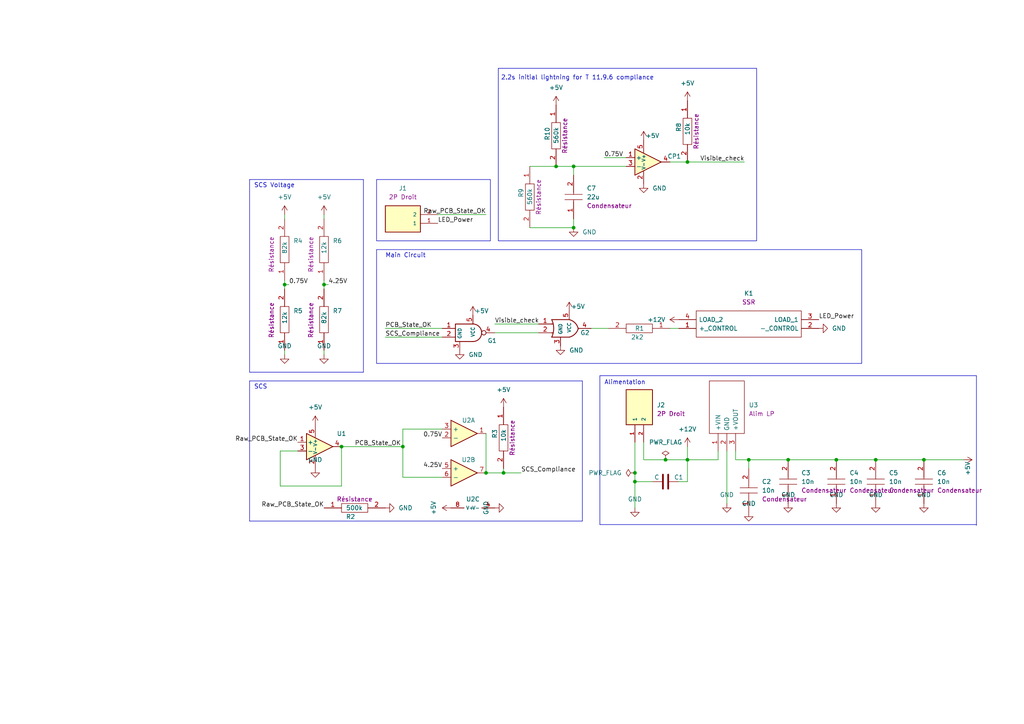
<source format=kicad_sch>
(kicad_sch (version 20231120) (generator "eeschema") (generator_version "8.0")
  (paper "A4")
  (lib_symbols
    (symbol "Device:C" (pin_numbers hide) (pin_names (offset 0.254))
      (property "Reference" "C" (at 0.635 2.54 0))
      (property "Value" "C" (at 0.635 -2.54 0))
      (symbol "C_0_1"
        (polyline (pts (xy -2.032 -0.762) (xy 2.032 -0.762)) (stroke (width 0.508)))
        (polyline (pts (xy -2.032 0.762) (xy 2.032 0.762)) (stroke (width 0.508)))
      )
      (symbol "C_1_1"
        (pin passive line (at 0 3.81 270) (length 2.794) (name "~") (number "1"))
        (pin passive line (at 0 -3.81 90) (length 2.794) (name "~") (number "2"))
      )
    )
    (symbol "EPSA_Lib:Opamp" (pin_names (offset 0.254))
      (property "Reference" "U" (at 2.54 2.54 0))
      (symbol "Opamp_0_1"
        (polyline (pts (xy 5.08 0) (xy -2.54 3.81) (xy -2.54 -3.81) (xy 5.08 0)) (stroke (width 0.254)) (fill (type background)))
      )
      (symbol "Opamp_1_1"
        (pin input line (at -5.08 1.27 0) (length 2.54) (name "+") (number "1"))
        (pin power_in line (at 0 -6.35 90) (length 3.81) (name "V-") (number "2"))
        (pin input line (at -5.08 -1.27 0) (length 2.54) (name "-") (number "3"))
        (pin output line (at 7.62 0 180) (length 2.54) (name "~") (number "4"))
        (pin power_in line (at 0 6.35 270) (length 3.81) (name "V+") (number "5"))
      )
    )
    (symbol "EPSA_lib:2P Droit 2-11-2022" (pin_names (offset 1.016))
      (property "Reference" "J" (at 6.35 5.08 0))
      (property "Render Name" "2P Droit" (at 0 3.81 0))
      (symbol "2P Droit 2-11-2022_0_0"
        (rectangle (start -5.08 -5.08) (end 5.08 2.54) (stroke (width 0.254)) (fill (type background)))
        (pin passive line (at -10.16 0 0) (length 5.08) (name "1") (number "1"))
        (pin passive line (at -10.16 -2.54 0) (length 5.08) (name "2") (number "2"))
      )
    )
    (symbol "EPSA_lib:Alim LP TSR_0.5-2450" (pin_names (offset 0.762))
      (property "Reference" "U" (at 20.32 11.43 0))
      (property "Render Name" "Alim LP" (at 11.43 8.89 0))
      (symbol "Alim LP TSR_0.5-2450_0_0"
        (pin passive line (at -1.27 5.08 0) (length 5.08) (name "+VIN") (number "1"))
        (pin passive line (at -1.27 2.54 0) (length 5.08) (name "GND") (number "2"))
        (pin passive line (at -1.27 0 0) (length 5.08) (name "+VOUT") (number "3"))
      )
      (symbol "Alim LP TSR_0.5-2450_0_1"
        (polyline (pts (xy 3.81 7.62) (xy 19.05 7.62) (xy 19.05 -2.54) (xy 3.81 -2.54) (xy 3.81 7.62)) (stroke (width 0.1524)))
      )
    )
    (symbol "EPSA_lib:Comparator" (pin_names (offset 0.254))
      (property "Reference" "CP" (at 2.54 2.54 0))
      (symbol "Comparator_0_1"
        (polyline (pts (xy 5.08 0) (xy -2.54 3.81) (xy -2.54 -3.81) (xy 5.08 0)) (stroke (width 0.254)) (fill (type background)))
      )
      (symbol "Comparator_1_1"
        (pin input line (at -5.08 1.27 0) (length 2.54) (name "+") (number "1"))
        (pin power_in line (at 0 -6.35 90) (length 3.81) (name "V-") (number "2"))
        (pin input line (at -5.08 -1.27 0) (length 2.54) (name "-") (number "3"))
        (pin open_collector line (at 7.62 0 180) (length 2.54) (name "~") (number "4"))
        (pin power_in line (at 0 6.35 270) (length 3.81) (name "V+") (number "5"))
      )
    )
    (symbol "EPSA_lib:Comparator_Dual"
      (property "Reference" "CP" (at 7.62 -2.54 0))
      (symbol "Comparator_Dual_1_1"
        (polyline (pts (xy 0 3.81) (xy 0 -3.81) (xy 7.62 0) (xy 0 3.81)) (stroke (width 0.254)) (fill (type background)))
        (pin open_collector line (at 10.16 0 180) (length 2.54) (name "~") (number "1"))
        (pin input line (at -2.54 -1.27 0) (length 2.54) (name "-") (number "2"))
        (pin input line (at -2.54 1.27 0) (length 2.54) (name "+") (number "3"))
      )
      (symbol "Comparator_Dual_2_1"
        (polyline (pts (xy 0 3.81) (xy 7.62 0) (xy 0 -3.81) (xy 0 3.81)) (stroke (width 0.254)) (fill (type background)))
        (pin input line (at -2.54 1.27 0) (length 2.54) (name "+") (number "5"))
        (pin input line (at -2.54 -1.27 0) (length 2.54) (name "-") (number "6"))
        (pin open_collector line (at 10.16 0 180) (length 2.54) (name "~") (number "7"))
      )
      (symbol "Comparator_Dual_3_1"
        (pin power_in line (at 0 -6.35 90) (length 3.81) (name "V-") (number "4"))
        (pin power_in line (at 0 6.35 270) (length 3.81) (name "V+") (number "8"))
      )
    )
    (symbol "EPSA_lib:Condensateur 0805Y1000104JXT" (pin_names (offset 0.762))
      (property "Reference" "C" (at 1.5 -1.8 0))
      (property "Value" "10u" (at 11.43 -2.54 0))
      (property "Render Name" "Condensateur" (at 6.35 3.81 0))
      (symbol "Condensateur 0805Y1000104JXT_0_0"
        (pin passive line (at 0 0 0) (length 5.08) (name "~") (number "1"))
        (pin passive line (at 12.7 0 180) (length 5.08) (name "~") (number "2"))
      )
      (symbol "Condensateur 0805Y1000104JXT_0_1"
        (polyline (pts (xy 5.08 0) (xy 5.588 0)) (stroke (width 0.1524)))
        (polyline (pts (xy 5.588 2.54) (xy 5.588 -2.54)) (stroke (width 0.1524)))
        (polyline (pts (xy 7.112 0) (xy 7.62 0)) (stroke (width 0.1524)))
        (polyline (pts (xy 7.112 2.54) (xy 7.112 -2.54)) (stroke (width 0.1524)))
      )
    )
    (symbol "EPSA_lib:Gate NAND SN74AHCT1G00DBVR" (pin_names (offset 0.762))
      (property "Reference" "G" (at 2.54 -3.81 0))
      (symbol "Gate NAND SN74AHCT1G00DBVR_1_1"
        (polyline (pts (xy 5.08 -2.54) (xy 0 -2.54) (xy 0 2.54) (xy 5.08 2.54)) (stroke (width 0.254)))
        (arc (start 5.1025 -2.54) (mid 7.6201 0) (end 5.1025 2.54) (stroke (width 0.254)))
        (pin input line (at -3.81 1.27 0) (length 3.81) (name "~") (number "1"))
        (pin input line (at -3.81 -1.27 0) (length 3.81) (name "~") (number "2"))
        (pin power_in line (at 1.27 -5.08 90) (length 2.54) (name "GND") (number "3"))
        (pin output inverted (at 11.43 0 180) (length 3.81) (name "~") (number "4"))
        (pin power_in line (at 5.08 5.08 270) (length 2.54) (name "VCC") (number "5"))
      )
    )
    (symbol "EPSA_lib:Gate OR SN74AHCT1G32DBVR" (pin_names (offset 0.762))
      (property "Reference" "G" (at 3.81 -3.81 0))
      (symbol "Gate OR SN74AHCT1G32DBVR_0_1"
        (arc (start 0 -2.54) (mid 0.5766 0) (end -0.0001 2.54) (stroke (width 0.254)))
        (polyline (pts (xy 0 -1.27) (xy 0.423 -1.2701)) (stroke (width 0.254)) (fill (type background)))
        (polyline (pts (xy 0 1.27) (xy 0.423 1.2699)) (stroke (width 0.254)) (fill (type background)))
        (polyline (pts (xy 5.08 -2.54) (xy 0 -2.54)) (stroke (width 0.254)) (fill (type background)))
        (polyline (pts (xy 5.08 2.54) (xy 0 2.54)) (stroke (width 0.254)) (fill (type background)))
        (arc (start 5.1236 -2.5337) (mid 6.7182 -1.6531) (end 7.6819 -0.1073) (stroke (width 0.254)))
        (arc (start 7.6747 -0.0069) (mid 6.748 1.6064) (end 5.1347 2.5331) (stroke (width 0.254)))
      )
      (symbol "Gate OR SN74AHCT1G32DBVR_1_1"
        (pin input line (at -3.81 1.27 0) (length 3.81) (name "~") (number "1"))
        (pin input line (at -3.81 -1.27 0) (length 3.81) (name "~") (number "2"))
        (pin power_in line (at 2.54 -5.08 90) (length 2.54) (name "GND") (number "3"))
        (pin output line (at 11.43 0 180) (length 3.81) (name "~") (number "4"))
        (pin power_in line (at 5.08 5.08 270) (length 2.54) (name "VCC") (number "5"))
      )
    )
    (symbol "EPSA_lib:Résistance RK73H2BLTDD2152F" (pin_names (offset 0.762))
      (property "Reference" "R" (at 25.4 5.08 0))
      (property "Value" "10" (at 7.62 0 0))
      (property "Render Name" "Résistance" (at 8.89 2.54 0))
      (symbol "Résistance RK73H2BLTDD2152F_0_0"
        (pin passive line (at 0 0 0) (length 5.08) (name "~") (number "1"))
        (pin passive line (at 17.78 0 180) (length 5.08) (name "~") (number "2"))
      )
      (symbol "Résistance RK73H2BLTDD2152F_0_1"
        (polyline (pts (xy 5.08 1.27) (xy 12.7 1.27) (xy 12.7 -1.27) (xy 5.08 -1.27) (xy 5.08 1.27)) (stroke (width 0.1524)))
      )
    )
    (symbol "EPSA_lib:SSR CPC1394GR" (pin_names (offset 0.762))
      (property "Reference" "K" (at 19.05 -1.27 0))
      (property "Render Name" "SSR" (at 19.05 3.81 0))
      (symbol "SSR CPC1394GR_0_0"
        (pin passive line (at 0 -2.54 0) (length 5.08) (name "+_CONTROL") (number "1"))
        (pin passive line (at 40.64 -2.54 180) (length 5.08) (name "-_CONTROL") (number "2"))
        (pin passive line (at 40.64 0 180) (length 5.08) (name "LOAD_1") (number "3"))
        (pin passive line (at 0 0 0) (length 5.08) (name "LOAD_2") (number "4"))
      )
      (symbol "SSR CPC1394GR_0_1"
        (polyline (pts (xy 5.08 2.54) (xy 35.56 2.54) (xy 35.56 -5.08) (xy 5.08 -5.08) (xy 5.08 2.54)) (stroke (width 0.1524)))
      )
    )
    (symbol "Résistance RK73H2BLTDD2152F_1" (pin_names (offset 0.762))
      (property "Reference" "R" (at 25.4 5.08 0))
      (property "Value" "10" (at 7.62 0 0))
      (property "Render Name" "Résistance" (at 8.89 2.54 0))
      (symbol "Résistance RK73H2BLTDD2152F_1_0_0"
        (pin passive line (at 0 0 0) (length 5.08) (name "~") (number "1"))
        (pin passive line (at 17.78 0 180) (length 5.08) (name "~") (number "2"))
      )
      (symbol "Résistance RK73H2BLTDD2152F_1_0_1"
        (polyline (pts (xy 5.08 1.27) (xy 12.7 1.27) (xy 12.7 -1.27) (xy 5.08 -1.27) (xy 5.08 1.27)) (stroke (width 0.1524)))
      )
    )
    (symbol "Résistance RK73H2BLTDD2152F_3" (pin_names (offset 0.762))
      (property "Reference" "R" (at 25.4 5.08 0))
      (property "Value" "10" (at 7.62 0 0))
      (property "Render Name" "Résistance" (at 8.89 2.54 0))
      (symbol "Résistance RK73H2BLTDD2152F_3_0_0"
        (pin passive line (at 0 0 0) (length 5.08) (name "~") (number "1"))
        (pin passive line (at 17.78 0 180) (length 5.08) (name "~") (number "2"))
      )
      (symbol "Résistance RK73H2BLTDD2152F_3_0_1"
        (polyline (pts (xy 5.08 1.27) (xy 12.7 1.27) (xy 12.7 -1.27) (xy 5.08 -1.27) (xy 5.08 1.27)) (stroke (width 0.1524)))
      )
    )
    (symbol "Résistance RK73H2BLTDD2152F_4" (pin_names (offset 0.762))
      (property "Reference" "R" (at 25.4 5.08 0))
      (property "Value" "10" (at 7.62 0 0))
      (property "Render Name" "Résistance" (at 8.89 2.54 0))
      (symbol "Résistance RK73H2BLTDD2152F_4_0_0"
        (pin passive line (at 0 0 0) (length 5.08) (name "~") (number "1"))
        (pin passive line (at 17.78 0 180) (length 5.08) (name "~") (number "2"))
      )
      (symbol "Résistance RK73H2BLTDD2152F_4_0_1"
        (polyline (pts (xy 5.08 1.27) (xy 12.7 1.27) (xy 12.7 -1.27) (xy 5.08 -1.27) (xy 5.08 1.27)) (stroke (width 0.1524)))
      )
    )
    (symbol "Résistance RK73H2BLTDD2152F_5" (pin_names (offset 0.762))
      (property "Reference" "R" (at 25.4 5.08 0))
      (property "Value" "10" (at 7.62 0 0))
      (property "Render Name" "Résistance" (at 8.89 2.54 0))
      (symbol "Résistance RK73H2BLTDD2152F_5_0_0"
        (pin passive line (at 0 0 0) (length 5.08) (name "~") (number "1"))
        (pin passive line (at 17.78 0 180) (length 5.08) (name "~") (number "2"))
      )
      (symbol "Résistance RK73H2BLTDD2152F_5_0_1"
        (polyline (pts (xy 5.08 1.27) (xy 12.7 1.27) (xy 12.7 -1.27) (xy 5.08 -1.27) (xy 5.08 1.27)) (stroke (width 0.1524)))
      )
    )
    (symbol "power:+12V" (power) (pin_names (offset 0))
      (property "Value" "+12V" (at 0 3.556 0))
      (symbol "+12V_0_1"
        (polyline (pts (xy -0.762 1.27) (xy 0 2.54)))
        (polyline (pts (xy 0 0) (xy 0 2.54)))
        (polyline (pts (xy 0 2.54) (xy 0.762 1.27)))
      )
      (symbol "+12V_1_1"
        (pin power_in line (at 0 0 90) (length 0) hide (name "+12V") (number "1"))
      )
    )
    (symbol "power:+5V" (power) (pin_names (offset 0))
      (property "Value" "+5V" (at 0 3.556 0))
      (symbol "+5V_0_1"
        (polyline (pts (xy -0.762 1.27) (xy 0 2.54)))
        (polyline (pts (xy 0 0) (xy 0 2.54)))
        (polyline (pts (xy 0 2.54) (xy 0.762 1.27)))
      )
      (symbol "+5V_1_1"
        (pin power_in line (at 0 0 90) (length 0) hide (name "+5V") (number "1"))
      )
    )
    (symbol "power:GND" (power) (pin_names (offset 0))
      (property "Value" "GND" (at 0 -3.81 0))
      (symbol "GND_0_1"
        (polyline (pts (xy 0 0) (xy 0 -1.27) (xy 1.27 -1.27) (xy 0 -2.54) (xy -1.27 -1.27) (xy 0 -1.27)))
      )
      (symbol "GND_1_1"
        (pin power_in line (at 0 0 270) (length 0) hide (name "GND") (number "1"))
      )
    )
    (symbol "power:PWR_FLAG" (power) (pin_numbers hide) (pin_names (offset 0) hide)
      (property "Value" "PWR_FLAG" (at 0 3.81 0))
      (symbol "PWR_FLAG_0_0"
        (pin power_out line (at 0 0 90) (length 0) (name "pwr") (number "1"))
      )
      (symbol "PWR_FLAG_0_1"
        (polyline (pts (xy 0 0) (xy 0 1.27) (xy -1.016 1.905) (xy 0 2.54) (xy 1.016 1.905) (xy 0 1.27)))
      )
    )
  )
  (junction (at 242.57 133.35))
  (junction (at 193.04 133.35))
  (junction (at 99.06 129.54))
  (junction (at 166.37 48.26))
  (junction (at 146.05 137.16))
  (junction (at 254 133.35))
  (junction (at 93.98 82.55))
  (junction (at 166.37 66.04))
  (junction (at 199.39 46.99))
  (junction (at 184.15 139.7))
  (junction (at 199.39 133.35))
  (junction (at 228.6 133.35))
  (junction (at 217.17 133.35))
  (junction (at 267.97 133.35))
  (junction (at 116.84 129.54))
  (junction (at 140.97 137.16))
  (junction (at 184.15 137.16))
  (junction (at 82.55 82.55))
  (junction (at 161.29 48.26))
  (wire (pts (xy 111.76 97.79) (xy 128.27 97.79)))
  (polyline (pts (xy 168.91 110.49) (xy 72.39 110.49)))
  (polyline (pts (xy 72.39 110.49) (xy 72.39 151.13)))
  (wire (pts (xy 153.67 66.04) (xy 166.37 66.04)))
  (wire (pts (xy 99.06 129.54) (xy 99.06 140.97)))
  (wire (pts (xy 166.37 50.8) (xy 166.37 48.26)))
  (wire (pts (xy 175.26 45.72) (xy 181.61 45.72)))
  (wire (pts (xy 146.05 137.16) (xy 151.13 137.16)))
  (wire (pts (xy 93.98 82.55) (xy 93.98 83.82)))
  (polyline (pts (xy 105.41 107.95) (xy 72.39 107.95)))
  (wire (pts (xy 217.17 135.89) (xy 217.17 133.35)))
  (wire (pts (xy 184.15 137.16) (xy 184.15 139.7)))
  (polyline (pts (xy 173.99 152.146) (xy 283.21 152.146)))
  (wire (pts (xy 193.04 133.35) (xy 199.39 133.35)))
  (wire (pts (xy 146.05 137.16) (xy 146.05 135.89)))
  (wire (pts (xy 82.55 81.28) (xy 82.55 82.55)))
  (wire (pts (xy 82.55 62.23) (xy 82.55 63.5)))
  (wire (pts (xy 166.37 48.26) (xy 161.29 48.26)))
  (wire (pts (xy 140.97 125.73) (xy 140.97 137.16)))
  (wire (pts (xy 267.97 133.35) (xy 279.4 133.35)))
  (wire (pts (xy 93.98 62.23) (xy 93.98 63.5)))
  (wire (pts (xy 143.51 93.98) (xy 156.21 93.98)))
  (wire (pts (xy 254 133.35) (xy 267.97 133.35)))
  (wire (pts (xy 186.69 128.27) (xy 186.69 133.35)))
  (wire (pts (xy 86.36 130.81) (xy 81.28 130.81)))
  (wire (pts (xy 166.37 66.04) (xy 166.37 63.5)))
  (wire (pts (xy 127 62.23) (xy 140.97 62.23)))
  (wire (pts (xy 194.31 95.25) (xy 196.85 95.25)))
  (polyline (pts (xy 72.39 52.07) (xy 105.41 52.07)))
  (polyline (pts (xy 173.99 108.966) (xy 173.99 152.146)))
  (wire (pts (xy 199.39 46.99) (xy 215.9 46.99)))
  (wire (pts (xy 186.69 133.35) (xy 193.04 133.35)))
  (wire (pts (xy 99.06 129.54) (xy 116.84 129.54)))
  (wire (pts (xy 128.27 124.46) (xy 116.84 124.46)))
  (wire (pts (xy 140.97 137.16) (xy 146.05 137.16)))
  (wire (pts (xy 143.51 96.52) (xy 156.21 96.52)))
  (wire (pts (xy 184.15 128.27) (xy 184.15 137.16)))
  (wire (pts (xy 81.28 130.81) (xy 81.28 140.97)))
  (wire (pts (xy 81.28 140.97) (xy 99.06 140.97)))
  (polyline (pts (xy 168.91 151.13) (xy 168.91 110.49)))
  (wire (pts (xy 171.45 95.25) (xy 176.53 95.25)))
  (wire (pts (xy 208.28 130.81) (xy 208.28 133.35)))
  (wire (pts (xy 208.28 133.35) (xy 199.39 133.35)))
  (wire (pts (xy 153.67 48.26) (xy 161.29 48.26)))
  (polyline (pts (xy 72.39 52.07) (xy 72.39 107.95)))
  (polyline (pts (xy 72.39 151.13) (xy 168.91 151.13)))
  (polyline (pts (xy 105.41 52.07) (xy 105.41 107.95)))
  (wire (pts (xy 210.82 130.81) (xy 210.82 146.05)))
  (polyline (pts (xy 283.21 152.4) (xy 283.21 108.966)))
  (wire (pts (xy 199.39 139.7) (xy 199.39 133.35)))
  (wire (pts (xy 242.57 133.35) (xy 254 133.35)))
  (wire (pts (xy 116.84 124.46) (xy 116.84 129.54)))
  (wire (pts (xy 166.37 48.26) (xy 181.61 48.26)))
  (wire (pts (xy 128.27 138.43) (xy 116.84 138.43)))
  (wire (pts (xy 199.39 129.54) (xy 199.39 133.35)))
  (wire (pts (xy 184.15 139.7) (xy 184.15 147.32)))
  (wire (pts (xy 228.6 133.35) (xy 242.57 133.35)))
  (wire (pts (xy 82.55 82.55) (xy 83.82 82.55)))
  (wire (pts (xy 184.15 139.7) (xy 189.23 139.7)))
  (polyline (pts (xy 283.21 108.966) (xy 173.99 108.966)))
  (wire (pts (xy 93.98 82.55) (xy 95.25 82.55)))
  (wire (pts (xy 111.76 95.25) (xy 128.27 95.25)))
  (wire (pts (xy 194.31 46.99) (xy 199.39 46.99)))
  (wire (pts (xy 213.36 133.35) (xy 217.17 133.35)))
  (wire (pts (xy 93.98 81.28) (xy 93.98 82.55)))
  (wire (pts (xy 82.55 82.55) (xy 82.55 83.82)))
  (wire (pts (xy 116.84 138.43) (xy 116.84 129.54)))
  (wire (pts (xy 82.55 101.6) (xy 82.55 102.87)))
  (wire (pts (xy 93.98 101.6) (xy 93.98 102.87)))
  (wire (pts (xy 217.17 133.35) (xy 228.6 133.35)))
  (wire (pts (xy 196.85 139.7) (xy 199.39 139.7)))
  (wire (pts (xy 213.36 130.81) (xy 213.36 133.35)))
  (rectangle (start 144.526 19.812) (end 219.456 69.85))
  (rectangle (start 109.22 52.07) (end 142.24 69.85))
  (rectangle (start 109.22 72.39) (end 249.936 105.41))
  (text "Alimentation\n" (at 175.26 111.76 0) (effects (font (size 1.27 1.27)) (justify left bottom)))
  (text "Main Circuit" (at 111.76 74.93 0) (effects (font (size 1.27 1.27)) (justify left bottom)))
  (text "SCS\n" (at 73.66 113.03 0) (effects (font (size 1.27 1.27)) (justify left bottom)))
  (text "SCS Voltage" (at 73.66 54.61 0) (effects (font (size 1.27 1.27)) (justify left bottom)))
  (text "2.2s initial lightning for T 11.9.6 compliance" (at 145.288 23.368 0) (effects (font (size 1.27 1.27)) (justify left bottom)))
  (label "PCB_State_OK" (at 102.87 129.54 0))
  (label "SCS_Compliance" (at 151.13 137.16 0))
  (label "0.75V" (at 175.26 45.72 0))
  (label "4.25V" (at 95.25 82.55 0))
  (label "LED_Power" (at 237.49 92.71 0))
  (label "LED_Power" (at 127 64.77 0))
  (label "Visible_check" (at 215.9 46.99 180))
  (label "PCB_State_OK" (at 111.76 95.25 0))
  (label "4.25V" (at 128.27 135.89 180))
  (label "0.75V" (at 128.27 127 180))
  (label "Raw_PCB_State_OK" (at 140.97 62.23 180))
  (label "SCS_Compliance" (at 111.76 97.79 0))
  (label "Visible_check" (at 143.51 93.98 0))
  (label "Raw_PCB_State_OK" (at 86.36 128.27 180))
  (label "0.75V" (at 83.82 82.55 0))
  (label "Raw_PCB_State_OK" (at 93.98 147.32 180))
  (symbol (lib_id "EPSA_Lib:Opamp") (at 91.44 129.54 0) (unit 1)
    (property "Reference" "U1" (at 99.06 125.7614 0))
    (property "Value" "${SIM.PARAMS}" (effects (hide yes)))
    (property "Footprint" "Package_TO_SOT_SMD:SOT-353_SC-70-5_Handsoldering" (effects (hide yes)))
    (property "Datasheet" "https://www.ti.com/lit/gpn/tlv9064-q1" (effects (hide yes)))
    (property "Description" "Operational amplifier, single, node sequence=1:+ 2:- 3:OUT 4:V+ 5:V-" (effects (hide yes)))
    (property "Manufacturer_Name" "Texas Instruments" (effects (hide yes)))
    (property "Manufacturer_Part_Number" "TLV9061QDCKRQ1 " (effects (hide yes)))
    (property "Mouser Part Number" " 595-TLV9061QDCKRQ1 " (effects (hide yes)))
  )
  (symbol (lib_id "power:+5V") (at 186.69 40.64 0) (unit 1)
    (property "Reference" "#PWR010" (effects (hide yes)))
    (property "Value" "+5V" (at 189.23 39.37 0))
  )
  (symbol (lib_id "EPSA_lib:Condensateur 0805Y1000104JXT") (at 217.17 148.59 90) (unit 1)
    (property "Reference" "C2" (at 220.98 139.7 90) (effects (justify right)))
    (property "Value" "10n" (at 220.98 142.24 90) (effects (justify right)))
    (property "Footprint" "EPSA_lib:CAPC2012X130N" (effects (hide yes)))
    (property "Datasheet" "http://docs-europe.electrocomponents.com/webdocs/119d/0900766b8119d7bc.pdf" (effects (hide yes)))
    (property "Description" "Syfer 0805 Ceramic Chip Capacitors" (effects (hide yes)))
    (property "Sim.Pins" "1=+ 2=-" (effects (hide yes)))
    (property "Sim.Device" "C" (effects (hide yes)))
    (property "Height" "1.3" (effects (hide yes)))
    (property "Manufacturer_Name" "Syfer" (effects (hide yes)))
    (property "Manufacturer_Part_Number" "0805Y1000104JXT" (effects (hide yes)))
    (property "Render Name" "Condensateur" (at 220.98 144.78 90) (effects (justify right)))
  )
  (symbol (lib_id "power:GND") (at 162.56 100.33 0) (unit 1)
    (property "Reference" "#GND016" (effects (hide yes)))
    (property "Value" "GND" (at 165.1 101.5999 0) (effects (justify left)))
  )
  (symbol (lib_id "EPSA_lib:Condensateur 0805Y1000104JXT") (at 242.57 146.05 90) (unit 1)
    (property "Reference" "C4" (at 246.38 137.16 90) (effects (justify right)))
    (property "Value" "10n" (at 246.38 139.7 90) (effects (justify right)))
    (property "Footprint" "EPSA_lib:CAPC2012X130N" (effects (hide yes)))
    (property "Datasheet" "http://docs-europe.electrocomponents.com/webdocs/119d/0900766b8119d7bc.pdf" (effects (hide yes)))
    (property "Description" "Syfer 0805 Ceramic Chip Capacitors" (effects (hide yes)))
    (property "Sim.Pins" "1=+ 2=-" (effects (hide yes)))
    (property "Sim.Device" "C" (effects (hide yes)))
    (property "Height" "1.3" (effects (hide yes)))
    (property "Manufacturer_Name" "Syfer" (effects (hide yes)))
    (property "Manufacturer_Part_Number" "0805Y1000104JXT" (effects (hide yes)))
    (property "Render Name" "Condensateur" (at 246.38 142.24 90) (effects (justify right)))
  )
  (symbol (lib_id "EPSA_lib:Condensateur 0805Y1000104JXT") (at 228.6 146.05 90) (unit 1)
    (property "Reference" "C3" (at 232.41 137.16 90) (effects (justify right)))
    (property "Value" "10n" (at 232.41 139.7 90) (effects (justify right)))
    (property "Footprint" "EPSA_lib:CAPC2012X130N" (effects (hide yes)))
    (property "Datasheet" "http://docs-europe.electrocomponents.com/webdocs/119d/0900766b8119d7bc.pdf" (effects (hide yes)))
    (property "Description" "Syfer 0805 Ceramic Chip Capacitors" (effects (hide yes)))
    (property "Sim.Pins" "1=+ 2=-" (effects (hide yes)))
    (property "Sim.Device" "C" (effects (hide yes)))
    (property "Height" "1.3" (effects (hide yes)))
    (property "Manufacturer_Name" "Syfer" (effects (hide yes)))
    (property "Manufacturer_Part_Number" "0805Y1000104JXT" (effects (hide yes)))
    (property "Render Name" "Condensateur" (at 232.41 142.24 90) (effects (justify right)))
  )
  (symbol (lib_id "power:+12V") (at 196.85 92.71 90) (unit 1)
    (property "Reference" "#PWR03" (effects (hide yes)))
    (property "Value" "+12V" (at 193.04 92.71 90) (effects (justify left)))
  )
  (symbol (lib_id "power:GND") (at 254 146.05 0) (unit 1)
    (property "Reference" "#GND013" (effects (hide yes)))
    (property "Value" "GND" (at 254 143.51 0))
  )
  (symbol (lib_id "power:GND") (at 133.35 101.6 0) (unit 1)
    (property "Reference" "#GND010" (effects (hide yes)))
    (property "Value" "GND" (at 135.89 102.8699 0) (effects (justify left)))
  )
  (symbol (lib_id "EPSA_lib:Condensateur 0805Y1000104JXT") (at 267.97 146.05 90) (unit 1)
    (property "Reference" "C6" (at 271.78 137.16 90) (effects (justify right)))
    (property "Value" "10n" (at 271.78 139.7 90) (effects (justify right)))
    (property "Footprint" "EPSA_lib:CAPC2012X130N" (effects (hide yes)))
    (property "Datasheet" "http://docs-europe.electrocomponents.com/webdocs/119d/0900766b8119d7bc.pdf" (effects (hide yes)))
    (property "Description" "Syfer 0805 Ceramic Chip Capacitors" (effects (hide yes)))
    (property "Sim.Pins" "1=+ 2=-" (effects (hide yes)))
    (property "Sim.Device" "C" (effects (hide yes)))
    (property "Height" "1.3" (effects (hide yes)))
    (property "Manufacturer_Name" "Syfer" (effects (hide yes)))
    (property "Manufacturer_Part_Number" "0805Y1000104JXT" (effects (hide yes)))
    (property "Render Name" "Condensateur" (at 271.78 142.24 90) (effects (justify right)))
  )
  (symbol (lib_id "EPSA_lib:Résistance RK73H2BLTDD2152F") (at 93.98 147.32 0) (unit 1)
    (property "Reference" "R2" (at 100.33 149.86 0) (effects (justify left)))
    (property "Value" "500k" (at 100.33 147.32 0) (effects (justify left)))
    (property "Footprint" "EPSA_lib:RESC3216X70N" (effects (hide yes)))
    (property "Datasheet" "http://www.koaspeer.com/catimages/Products/RK73H/RK73H.pdf" (effects (hide yes)))
    (property "Description" "Thick Film Resistors - SMD" (effects (hide yes)))
    (property "Height" "0.7" (effects (hide yes)))
    (property "Manufacturer_Name" "KOA Speer" (effects (hide yes)))
    (property "Manufacturer_Part_Number" "RK73H2BLTDD2152F" (effects (hide yes)))
    (property "Mouser Part Number" "N/A" (effects (hide yes)))
    (property "Mouser Price/Stock" "https://www.mouser.co.uk/ProductDetail/KOA-Speer/RK73H2BLTDD2152F?qs=WeIALVmW3zmyxMFsjVzMRw%3D%3D" (effects (hide yes)))
    (property "Sim.Device" "R" (effects (hide yes)))
    (property "Sim.Params" "type=\"R\" model=\"10k\" lib=\"\"" (effects (hide yes)))
    (property "Sim.Pins" "1=+ 2=-" (effects (hide yes)))
    (property "Render Name" "Résistance" (at 102.87 144.78 0))
  )
  (symbol (lib_id "power:GND") (at 82.55 102.87 0) (unit 1)
    (property "Reference" "#GND07" (effects (hide yes)))
    (property "Value" "GND" (at 82.55 100.33 0))
  )
  (symbol (lib_id "power:GND") (at 217.17 148.59 0) (unit 1)
    (property "Reference" "#GND06" (effects (hide yes)))
    (property "Value" "GND" (at 217.17 146.05 0))
  )
  (symbol (lib_id "power:+5V") (at 130.81 147.32 90) (unit 1)
    (property "Reference" "#PWR05" (effects (hide yes)))
    (property "Value" "+5V" (at 125.73 147.32 0))
  )
  (symbol (lib_id "power:+5V") (at 199.39 29.21 0) (unit 1)
    (property "Reference" "#PWR012" (effects (hide yes)))
    (property "Value" "+5V" (at 199.39 24.13 0))
  )
  (symbol (lib_id "power:GND") (at 166.37 66.04 0) (unit 1)
    (property "Reference" "#GND017" (effects (hide yes)))
    (property "Value" "GND" (at 168.91 67.3099 0) (effects (justify left)))
  )
  (symbol (lib_id "power:+5V") (at 91.44 123.19 0) (unit 1)
    (property "Reference" "#PWR04" (effects (hide yes)))
    (property "Value" "+5V" (at 91.44 118.11 0))
  )
  (symbol (lib_id "power:GND") (at 184.15 147.32 0) (unit 1)
    (property "Reference" "#GND04" (effects (hide yes)))
    (property "Value" "GND" (at 184.15 144.78 0))
  )
  (symbol (lib_id "power:+5V") (at 82.55 62.23 0) (unit 1)
    (property "Reference" "#PWR01" (effects (hide yes)))
    (property "Value" "+5V" (at 82.55 57.15 0))
  )
  (symbol (lib_id "EPSA_lib:Résistance RK73H2BLTDD2152F") (at 153.67 48.26 270) (unit 1)
    (property "Reference" "R9" (at 151.13 54.61 0) (effects (justify left)))
    (property "Value" "560k" (at 153.67 54.61 0) (effects (justify left)))
    (property "Footprint" "EPSA_lib:RESC3216X70N" (effects (hide yes)))
    (property "Datasheet" "http://www.koaspeer.com/catimages/Products/RK73H/RK73H.pdf" (effects (hide yes)))
    (property "Description" "Thick Film Resistors - SMD" (effects (hide yes)))
    (property "Height" "0.7" (effects (hide yes)))
    (property "Manufacturer_Name" "KOA Speer" (effects (hide yes)))
    (property "Manufacturer_Part_Number" "RK73H2BLTDD2152F" (effects (hide yes)))
    (property "Mouser Part Number" "N/A" (effects (hide yes)))
    (property "Mouser Price/Stock" "https://www.mouser.co.uk/ProductDetail/KOA-Speer/RK73H2BLTDD2152F?qs=WeIALVmW3zmyxMFsjVzMRw%3D%3D" (effects (hide yes)))
    (property "Sim.Device" "R" (effects (hide yes)))
    (property "Sim.Params" "type=\"R\" model=\"10k\" lib=\"\"" (effects (hide yes)))
    (property "Sim.Pins" "1=+ 2=-" (effects (hide yes)))
    (property "Render Name" "Résistance" (at 156.21 57.15 0))
  )
  (symbol (lib_id "power:PWR_FLAG") (at 193.04 133.35 0) (unit 1)
    (property "Reference" "#FLG01" (effects (hide yes)))
    (property "Value" "PWR_FLAG" (at 193.04 128.27 0))
  )
  (symbol (lib_id "EPSA_lib:Condensateur 0805Y1000104JXT") (at 166.37 63.5 90) (unit 1)
    (property "Reference" "C7" (at 170.18 54.6099 90) (effects (justify right)))
    (property "Value" "22u" (at 170.18 57.1499 90) (effects (justify right)))
    (property "Footprint" "EPSA_lib:CAPC2012X130N" (effects (hide yes)))
    (property "Datasheet" "http://docs-europe.electrocomponents.com/webdocs/119d/0900766b8119d7bc.pdf" (effects (hide yes)))
    (property "Description" "Syfer 0805 Ceramic Chip Capacitors" (effects (hide yes)))
    (property "Sim.Pins" "1=+ 2=-" (effects (hide yes)))
    (property "Sim.Device" "C" (effects (hide yes)))
    (property "Height" "1.3" (effects (hide yes)))
    (property "Manufacturer_Name" "Syfer" (effects (hide yes)))
    (property "Manufacturer_Part_Number" "0805Y1000104JXT" (effects (hide yes)))
    (property "Render Name" "Condensateur" (at 170.18 59.6899 90) (effects (justify right)))
  )
  (symbol (lib_id "power:+5V") (at 165.1 90.17 0) (unit 1)
    (property "Reference" "#PWR011" (effects (hide yes)))
    (property "Value" "+5V" (at 167.64 88.9 0))
  )
  (symbol (lib_id "power:GND") (at 242.57 146.05 0) (unit 1)
    (property "Reference" "#GND012" (effects (hide yes)))
    (property "Value" "GND" (at 242.57 143.51 0))
  )
  (symbol (lib_id "EPSA_lib:Résistance RK73H2BLTDD2152F") (at 146.05 118.11 270) (unit 1)
    (property "Reference" "R3" (at 143.51 124.46 0) (effects (justify left)))
    (property "Value" "10k" (at 146.05 124.46 0) (effects (justify left)))
    (property "Footprint" "EPSA_lib:RESC3216X70N" (effects (hide yes)))
    (property "Datasheet" "http://www.koaspeer.com/catimages/Products/RK73H/RK73H.pdf" (effects (hide yes)))
    (property "Description" "Thick Film Resistors - SMD" (effects (hide yes)))
    (property "Height" "0.7" (effects (hide yes)))
    (property "Manufacturer_Name" "KOA Speer" (effects (hide yes)))
    (property "Manufacturer_Part_Number" "RK73H2BLTDD2152F" (effects (hide yes)))
    (property "Mouser Part Number" "N/A" (effects (hide yes)))
    (property "Mouser Price/Stock" "https://www.mouser.co.uk/ProductDetail/KOA-Speer/RK73H2BLTDD2152F?qs=WeIALVmW3zmyxMFsjVzMRw%3D%3D" (effects (hide yes)))
    (property "Sim.Device" "R" (effects (hide yes)))
    (property "Sim.Params" "type=\"R\" model=\"10k\" lib=\"\"" (effects (hide yes)))
    (property "Sim.Pins" "1=+ 2=-" (effects (hide yes)))
    (property "Render Name" "Résistance" (at 148.59 127 0))
  )
  (symbol (lib_id "power:PWR_FLAG") (at 184.15 137.16 90) (unit 1)
    (property "Reference" "#FLG04" (effects (hide yes)))
    (property "Value" "PWR_FLAG" (at 180.34 137.16 90) (effects (justify left)))
  )
  (symbol (lib_name "Résistance RK73H2BLTDD2152F_1") (lib_id "EPSA_lib:Résistance RK73H2BLTDD2152F") (at 82.55 81.28 90) (unit 1)
    (property "Reference" "R4" (at 85.09 69.8499 90) (effects (justify right)))
    (property "Value" "82k" (at 82.55 73.66 0) (effects (justify left)))
    (property "Footprint" "EPSA_lib:RESC3216X70N" (effects (hide yes)))
    (property "Datasheet" "http://www.koaspeer.com/catimages/Products/RK73H/RK73H.pdf" (effects (hide yes)))
    (property "Description" "Thick Film Resistors - SMD" (effects (hide yes)))
    (property "Height" "0.7" (effects (hide yes)))
    (property "Manufacturer_Name" "KOA Speer" (effects (hide yes)))
    (property "Manufacturer_Part_Number" "RK73H2BLTDD2152F" (effects (hide yes)))
    (property "Mouser Part Number" "N/A" (effects (hide yes)))
    (property "Mouser Price/Stock" "https://www.mouser.co.uk/ProductDetail/KOA-Speer/RK73H2BLTDD2152F?qs=WeIALVmW3zmyxMFsjVzMRw%3D%3D" (effects (hide yes)))
    (property "Render Name" "Résistance" (at 78.74 68.58 0) (effects (justify right)))
    (property "Sim.Device" "R" (effects (hide yes)))
    (property "Sim.Params" "type=\"R\" model=\"8k\" lib=\"\"" (effects (hide yes)))
    (property "Sim.Pins" "1=+ 2=-" (effects (hide yes)))
  )
  (symbol (lib_name "Résistance RK73H2BLTDD2152F_4") (lib_id "EPSA_lib:Résistance RK73H2BLTDD2152F") (at 82.55 101.6 90) (unit 1)
    (property "Reference" "R5" (at 85.09 90.1699 90) (effects (justify right)))
    (property "Value" "12k" (at 82.55 93.98 0) (effects (justify left)))
    (property "Footprint" "EPSA_lib:RESC3216X70N" (effects (hide yes)))
    (property "Datasheet" "http://www.koaspeer.com/catimages/Products/RK73H/RK73H.pdf" (effects (hide yes)))
    (property "Description" "Thick Film Resistors - SMD" (effects (hide yes)))
    (property "Height" "0.7" (effects (hide yes)))
    (property "Manufacturer_Name" "KOA Speer" (effects (hide yes)))
    (property "Manufacturer_Part_Number" "RK73H2BLTDD2152F" (effects (hide yes)))
    (property "Mouser Part Number" "N/A" (effects (hide yes)))
    (property "Mouser Price/Stock" "https://www.mouser.co.uk/ProductDetail/KOA-Speer/RK73H2BLTDD2152F?qs=WeIALVmW3zmyxMFsjVzMRw%3D%3D" (effects (hide yes)))
    (property "Render Name" "Résistance" (at 78.74 87.63 0) (effects (justify right)))
    (property "Sim.Device" "R" (effects (hide yes)))
    (property "Sim.Params" "type=\"R\" model=\"2k\" lib=\"\"" (effects (hide yes)))
    (property "Sim.Pins" "1=+ 2=-" (effects (hide yes)))
  )
  (symbol (lib_id "power:+5V") (at 146.05 118.11 0) (unit 1)
    (property "Reference" "#PWR06" (effects (hide yes)))
    (property "Value" "+5V" (at 146.05 113.03 0))
  )
  (symbol (lib_id "power:GND") (at 143.51 147.32 90) (unit 1)
    (property "Reference" "#GND03" (effects (hide yes)))
    (property "Value" "GND" (at 140.97 147.32 0))
  )
  (symbol (lib_id "power:GND") (at 237.49 95.25 90) (unit 1)
    (property "Reference" "#GND09" (effects (hide yes)))
    (property "Value" "GND" (at 241.3 95.25 90) (effects (justify right)))
  )
  (symbol (lib_id "EPSA_lib:Comparator_Dual") (at 137.16 147.32 90) (unit 3)
    (property "Reference" "U2" (at 137.16 144.78 90))
    (property "Value" "Opamp_Dual" (effects (hide yes)))
    (property "Footprint" "Package_SO:TSSOP-8_4.4x3mm_P0.65mm" (effects (hide yes)))
    (property "Datasheet" "https://www.ti.com/lit/gpn/lmv339" (effects (hide yes)))
    (property "Description" "Dual comparator" (effects (hide yes)))
    (property "Manufacturer_Name" "Texas Instruments" (effects (hide yes)))
    (property "Manufacturer_Part_Number" "LMV393IPWR" (effects (hide yes)))
    (property "Mouser Part Number" "595-LMV393IPWR" (effects (hide yes)))
    (property "Sim.Library" "${SP_BASIC}\\Comp_lm393lv.lib" (effects (hide yes)))
    (property "Sim.Name" "LM393LV_Dual" (effects (hide yes)))
    (property "Sim.Device" "SUBCKT" (effects (hide yes)))
    (property "Sim.Pins" "1=OUT1 2=IN1- 3=IN1+ 4=GND 5=IN2+ 6=IN2- 7=OUT2 8=V+" (effects (hide yes)))
  )
  (symbol (lib_id "power:+5V") (at 93.98 62.23 0) (unit 1)
    (property "Reference" "#PWR02" (effects (hide yes)))
    (property "Value" "+5V" (at 93.98 57.15 0))
  )
  (symbol (lib_id "EPSA_lib:2P Droit 2-11-2022") (at 184.15 118.11 90) (unit 1) (exclude_from_sim yes)
    (property "Reference" "J2" (at 190.5 117.475 90) (effects (justify right)))
    (property "Value" "2P Droit 2-11-2022" (effects (hide yes)))
    (property "Footprint" "EPSA_lib:MOLEX_22-11-2022" (effects (hide yes)))
    (property "Sim.Pins" "1=1 2=2" (effects (hide yes)))
    (property "Sim.Device" "SPICE" (effects (hide yes)))
    (property "Sim.Params" "type=\"J\" model=\"22-11-2022\" lib=\"\"" (effects (hide yes)))
    (property "MAXIMUM_PACKAGE_HEIGHT" "10.66mm" (effects (hide yes)))
    (property "PARTREV" "BD8" (effects (hide yes)))
    (property "STANDARD" "Manufacturer Recommendations" (effects (hide yes)))
    (property "MANUFACTURER" "Molex" (effects (hide yes)))
    (property "Render Name" "2P Droit" (at 190.5 120.015 90) (effects (justify right)))
  )
  (symbol (lib_id "power:GND") (at 210.82 146.05 0) (unit 1)
    (property "Reference" "#GND05" (effects (hide yes)))
    (property "Value" "GND" (at 210.82 143.51 0))
  )
  (symbol (lib_name "Résistance RK73H2BLTDD2152F_3") (lib_id "EPSA_lib:Résistance RK73H2BLTDD2152F") (at 93.98 101.6 90) (unit 1)
    (property "Reference" "R7" (at 96.52 90.1699 90) (effects (justify right)))
    (property "Value" "82k" (at 93.98 93.98 0) (effects (justify left)))
    (property "Footprint" "EPSA_lib:RESC3216X70N" (effects (hide yes)))
    (property "Datasheet" "http://www.koaspeer.com/catimages/Products/RK73H/RK73H.pdf" (effects (hide yes)))
    (property "Description" "Thick Film Resistors - SMD" (effects (hide yes)))
    (property "Height" "0.7" (effects (hide yes)))
    (property "Manufacturer_Name" "KOA Speer" (effects (hide yes)))
    (property "Manufacturer_Part_Number" "RK73H2BLTDD2152F" (effects (hide yes)))
    (property "Mouser Part Number" "N/A" (effects (hide yes)))
    (property "Mouser Price/Stock" "https://www.mouser.co.uk/ProductDetail/KOA-Speer/RK73H2BLTDD2152F?qs=WeIALVmW3zmyxMFsjVzMRw%3D%3D" (effects (hide yes)))
    (property "Render Name" "Résistance" (at 90.17 87.63 0) (effects (justify right)))
    (property "Sim.Device" "R" (effects (hide yes)))
    (property "Sim.Params" "type=\"R\" model=\"8k\" lib=\"\"" (effects (hide yes)))
    (property "Sim.Pins" "1=+ 2=-" (effects (hide yes)))
  )
  (symbol (lib_name "Résistance RK73H2BLTDD2152F_5") (lib_id "EPSA_lib:Résistance RK73H2BLTDD2152F") (at 93.98 81.28 90) (unit 1)
    (property "Reference" "R6" (at 96.52 69.8499 90) (effects (justify right)))
    (property "Value" "12k" (at 93.98 73.66 0) (effects (justify left)))
    (property "Footprint" "EPSA_lib:RESC3216X70N" (effects (hide yes)))
    (property "Datasheet" "http://www.koaspeer.com/catimages/Products/RK73H/RK73H.pdf" (effects (hide yes)))
    (property "Description" "Thick Film Resistors - SMD" (effects (hide yes)))
    (property "Height" "0.7" (effects (hide yes)))
    (property "Manufacturer_Name" "KOA Speer" (effects (hide yes)))
    (property "Manufacturer_Part_Number" "RK73H2BLTDD2152F" (effects (hide yes)))
    (property "Mouser Part Number" "N/A" (effects (hide yes)))
    (property "Mouser Price/Stock" "https://www.mouser.co.uk/ProductDetail/KOA-Speer/RK73H2BLTDD2152F?qs=WeIALVmW3zmyxMFsjVzMRw%3D%3D" (effects (hide yes)))
    (property "Render Name" "Résistance" (at 90.17 68.58 0) (effects (justify right)))
    (property "Sim.Device" "R" (effects (hide yes)))
    (property "Sim.Params" "type=\"R\" model=\"2k\" lib=\"\"" (effects (hide yes)))
    (property "Sim.Pins" "1=+ 2=-" (effects (hide yes)))
  )
  (symbol (lib_name "Résistance RK73H2BLTDD2152F_5") (lib_id "EPSA_lib:Résistance RK73H2BLTDD2152F") (at 194.31 95.25 180) (unit 1)
    (property "Reference" "R1" (at 184.15 95.25 0) (effects (justify right)))
    (property "Value" "2k2" (at 186.69 97.79 0) (effects (justify left)))
    (property "Footprint" "EPSA_lib:RESC3216X70N" (effects (hide yes)))
    (property "Datasheet" "http://www.koaspeer.com/catimages/Products/RK73H/RK73H.pdf" (effects (hide yes)))
    (property "Description" "Thick Film Resistors - SMD" (effects (hide yes)))
    (property "Height" "0.7" (effects (hide yes)))
    (property "Manufacturer_Name" "KOA Speer" (effects (hide yes)))
    (property "Manufacturer_Part_Number" "RK73H2BLTDD2152F" (effects (hide yes)))
    (property "Mouser Part Number" "N/A" (effects (hide yes)))
    (property "Mouser Price/Stock" "https://www.mouser.co.uk/ProductDetail/KOA-Speer/RK73H2BLTDD2152F?qs=WeIALVmW3zmyxMFsjVzMRw%3D%3D" (effects (hide yes)))
    (property "Render Name" "Résistance" (effects (hide yes)))
    (property "Sim.Device" "R" (effects (hide yes)))
    (property "Sim.Params" "type=\"R\" model=\"2k\" lib=\"\"" (effects (hide yes)))
    (property "Sim.Pins" "1=+ 2=-" (effects (hide yes)))
  )
  (symbol (lib_id "EPSA_lib:Comparator") (at 186.69 46.99 0) (unit 1)
    (property "Reference" "CP1" (at 195.58 45.339 0))
    (property "Value" "Comparator" (effects (hide yes)))
    (property "Footprint" "Package_TO_SOT_SMD:SOT-353_SC-70-5" (effects (hide yes)))
    (property "Datasheet" "https://www.ti.com/lit/gpn/lmv393" (effects (hide yes)))
    (property "Description" "Comparator, single, node sequence=1:+ 2:- 3:OUT 4:V+ 5:V-" (effects (hide yes)))
    (property "Manufacturer_Name" "Texas Instruments" (effects (hide yes)))
    (property "Manufacturer_Part_Number" "LMV331M7/NOPB" (effects (hide yes)))
    (property "Mouser Part Number" "926-LMV331M7/NOPB" (effects (hide yes)))
    (property "Sim.Library" "${SP_BASIC}\\Comp_lm393lv.lib" (effects (hide yes)))
    (property "Sim.Name" "LM393LV_Mono" (effects (hide yes)))
    (property "Sim.Device" "SUBCKT" (effects (hide yes)))
    (property "Sim.Pins" "1=IN1+ 2=GND 3=IN- 4=OUT 5=V+" (effects (hide yes)))
  )
  (symbol (lib_id "EPSA_lib:Gate NAND SN74AHCT1G00DBVR") (at 132.08 96.52 0) (unit 1)
    (property "Reference" "G1" (at 142.748 98.806 0))
    (property "Value" "Gate NAND SN74AHCT1G00DBVR" (effects (hide yes)))
    (property "Footprint" "EPSA_lib:SOT95P280X145-5N" (effects (hide yes)))
    (property "Datasheet" "http://www.ti.com/lit/gpn/sn74ahct1g00" (effects (hide yes)))
    (property "Description" "Single 2-Input Positive-NAND Gate" (effects (hide yes)))
    (property "Sim.Pins" "4=1 1=2 2=3 5=4 3=5" (effects (hide yes)))
    (property "Sim.Device" "SPICE" (effects (hide yes)))
    (property "Sim.Params" "type=\"X\" model=\"SN74AHCT1G00\" lib=\"${EPSA_lib}\\SpiceModel\\NAND_SN74AHCT1G00.lib\"" (effects (hide yes)))
    (property "Height" "1.45" (effects (hide yes)))
    (property "Manufacturer_Name" "Texas Instruments" (effects (hide yes)))
    (property "Manufacturer_Part_Number" "SN74AHCT1G00DBVR" (effects (hide yes)))
    (property "Mouser Part Number" "595-SN74AHCT1G00DBVR" (effects (hide yes)))
    (property "Mouser Price/Stock" "https://www.mouser.co.uk/ProductDetail/Texas-Instruments/SN74AHCT1G00DBVR?qs=w32V8uFkMxnwwXcMH%2F61Dg%3D%3D" (effects (hide yes)))
    (property "Arrow Part Number" "SN74AHCT1G00DBVR" (effects (hide yes)))
    (property "Arrow Price/Stock" "https://www.arrow.com/en/products/sn74ahct1g00dbvr/texas-instruments" (effects (hide yes)))
    (property "Render Name" "Gate NAND" (effects (hide yes)))
  )
  (symbol (lib_id "EPSA_lib:SSR CPC1394GR") (at 196.85 92.71 0) (unit 1)
    (property "Reference" "K1" (at 217.17 85.09 0))
    (property "Value" "SSR CPC1394GR" (effects (hide yes)))
    (property "Footprint" "EPSA_lib:CPC1394GR" (effects (hide yes)))
    (property "Datasheet" "https://componentsearchengine.com/Datasheets/1/CPC1394GR.pdf" (effects (hide yes)))
    (property "Description" "SPST-NO Solid State Relay Solder 120 mA rms/mA dc Surface Mount, DC MOSFET" (effects (hide yes)))
    (property "Sim.Pins" "1=1 2=2 3=3 4=4" (effects (hide yes)))
    (property "Sim.Device" "SPICE" (effects (hide yes)))
    (property "Sim.Params" "type=\"X\" model=\"SWITCH\" lib=\"${EPSA_lib}\\SpiceModel\\SSR.lib\"" (effects (hide yes)))
    (property "Height" "3.556" (effects (hide yes)))
    (property "Manufacturer_Name" "LITTELFUSE" (effects (hide yes)))
    (property "Manufacturer_Part_Number" "CPC1394GR" (effects (hide yes)))
    (property "Mouser Part Number" "849-CPC1394GR" (effects (hide yes)))
    (property "Mouser Price/Stock" "https://www.mouser.co.uk/ProductDetail/IXYS-Integrated-Circuits/CPC1394GR?qs=8uBHJDVwVqyTG8bzDwZMmA%3D%3D" (effects (hide yes)))
    (property "Render Name" "SSR" (at 217.17 87.63 0))
  )
  (symbol (lib_id "power:+12V") (at 199.39 129.54 0) (unit 1)
    (property "Reference" "#PWR07" (effects (hide yes)))
    (property "Value" "+12V" (at 199.39 124.46 0))
  )
  (symbol (lib_id "EPSA_lib:Gate OR SN74AHCT1G32DBVR") (at 160.02 95.25 0) (unit 1)
    (property "Reference" "G2" (at 169.672 96.52 0))
    (property "Value" "Gate OR SN74AHCT1G32DBVR" (effects (hide yes)))
    (property "Footprint" "EPSA_lib:SOT95P280X145-5N" (effects (hide yes)))
    (property "Datasheet" "http://www.ti.com/lit/ds/symlink/sn74ahct1g32.pdf" (effects (hide yes)))
    (property "Description" "2-Input Positive-OR Gate SN74AHCT1G32DBV" (effects (hide yes)))
    (property "Sim.Pins" "4=1 1=2 2=3 5=4 3=5" (effects (hide yes)))
    (property "Sim.Device" "SPICE" (effects (hide yes)))
    (property "Sim.Params" "type=\"X\" model=\"SN74AHCT1G32\" lib=\"${EPSA_lib}\\SpiceModel\\OR_SN74AHCT1G32.lib\"" (effects (hide yes)))
    (property "Height" "1.45" (effects (hide yes)))
    (property "Manufacturer_Name" "Texas Instruments" (effects (hide yes)))
    (property "Manufacturer_Part_Number" "SN74AHCT1G32DBVR" (effects (hide yes)))
    (property "Mouser Part Number" "595-SN74AHCT1G32DBVR" (effects (hide yes)))
    (property "Mouser Price/Stock" "https://www.mouser.co.uk/ProductDetail/Texas-Instruments/SN74AHCT1G32DBVR?qs=0le1rQK8zxpIB8pUTaKa9Q%3D%3D" (effects (hide yes)))
    (property "Arrow Part Number" "SN74AHCT1G32DBVR" (effects (hide yes)))
    (property "Arrow Price/Stock" "https://www.arrow.com/en/products/sn74ahct1g32dbvr/texas-instruments" (effects (hide yes)))
    (property "Render Name" "Gate OR" (effects (hide yes)))
  )
  (symbol (lib_id "power:GND") (at 93.98 102.87 0) (unit 1)
    (property "Reference" "#GND08" (effects (hide yes)))
    (property "Value" "GND" (at 93.98 100.33 0))
  )
  (symbol (lib_id "Device:C") (at 193.04 139.7 90) (unit 1)
    (property "Reference" "C1" (at 196.85 138.43 90))
    (property "Value" "C" (at 190.5 138.43 90))
    (property "Footprint" "Capacitor_THT:CP_Radial_D5.0mm_P2.00mm" (effects (hide yes)))
  )
  (symbol (lib_id "power:GND") (at 91.44 135.89 0) (unit 1)
    (property "Reference" "#GND01" (effects (hide yes)))
    (property "Value" "GND" (at 91.44 133.35 0))
  )
  (symbol (lib_id "EPSA_lib:Condensateur 0805Y1000104JXT") (at 254 146.05 90) (unit 1)
    (property "Reference" "C5" (at 257.81 137.16 90) (effects (justify right)))
    (property "Value" "10n" (at 257.81 139.7 90) (effects (justify right)))
    (property "Footprint" "EPSA_lib:CAPC2012X130N" (effects (hide yes)))
    (property "Datasheet" "http://docs-europe.electrocomponents.com/webdocs/119d/0900766b8119d7bc.pdf" (effects (hide yes)))
    (property "Description" "Syfer 0805 Ceramic Chip Capacitors" (effects (hide yes)))
    (property "Sim.Pins" "1=+ 2=-" (effects (hide yes)))
    (property "Sim.Device" "C" (effects (hide yes)))
    (property "Height" "1.3" (effects (hide yes)))
    (property "Manufacturer_Name" "Syfer" (effects (hide yes)))
    (property "Manufacturer_Part_Number" "0805Y1000104JXT" (effects (hide yes)))
    (property "Render Name" "Condensateur" (at 257.81 142.24 90) (effects (justify right)))
  )
  (symbol (lib_id "power:GND") (at 228.6 146.05 0) (unit 1)
    (property "Reference" "#GND011" (effects (hide yes)))
    (property "Value" "GND" (at 228.6 143.51 0))
  )
  (symbol (lib_id "power:GND") (at 111.76 147.32 90) (unit 1)
    (property "Reference" "#GND02" (effects (hide yes)))
    (property "Value" "GND" (at 115.57 147.32 90) (effects (justify right)))
  )
  (symbol (lib_id "power:GND") (at 267.97 146.05 0) (unit 1)
    (property "Reference" "#GND014" (effects (hide yes)))
    (property "Value" "GND" (at 267.97 143.51 0))
  )
  (symbol (lib_id "power:+5V") (at 137.16 91.44 0) (unit 1)
    (property "Reference" "#PWR09" (effects (hide yes)))
    (property "Value" "+5V" (at 139.7 90.17 0))
  )
  (symbol (lib_id "power:+5V") (at 161.29 30.48 0) (unit 1)
    (property "Reference" "#PWR013" (effects (hide yes)))
    (property "Value" "+5V" (at 161.29 25.4 0))
  )
  (symbol (lib_id "EPSA_lib:Comparator_Dual") (at 130.81 137.16 0) (unit 2)
    (property "Reference" "U2" (at 135.89 133.35 0))
    (property "Value" "Opamp_Dual" (effects (hide yes)))
    (property "Footprint" "Package_SO:TSSOP-8_4.4x3mm_P0.65mm" (effects (hide yes)))
    (property "Datasheet" "https://www.ti.com/lit/gpn/lmv339" (effects (hide yes)))
    (property "Description" "Dual comparator" (effects (hide yes)))
    (property "Manufacturer_Name" "Texas Instruments" (effects (hide yes)))
    (property "Manufacturer_Part_Number" "LMV393IPWR" (effects (hide yes)))
    (property "Mouser Part Number" "595-LMV393IPWR" (effects (hide yes)))
    (property "Sim.Library" "${SP_BASIC}\\Comp_lm393lv.lib" (effects (hide yes)))
    (property "Sim.Name" "LM393LV_Dual" (effects (hide yes)))
    (property "Sim.Device" "SUBCKT" (effects (hide yes)))
    (property "Sim.Pins" "1=OUT1 2=IN1- 3=IN1+ 4=GND 5=IN2+ 6=IN2- 7=OUT2 8=V+" (effects (hide yes)))
  )
  (symbol (lib_id "EPSA_lib:Résistance RK73H2BLTDD2152F") (at 161.29 30.48 270) (unit 1)
    (property "Reference" "R10" (at 158.75 36.83 0) (effects (justify left)))
    (property "Value" "560k" (at 161.29 36.83 0) (effects (justify left)))
    (property "Footprint" "EPSA_lib:RESC3216X70N" (effects (hide yes)))
    (property "Datasheet" "http://www.koaspeer.com/catimages/Products/RK73H/RK73H.pdf" (effects (hide yes)))
    (property "Description" "Thick Film Resistors - SMD" (effects (hide yes)))
    (property "Height" "0.7" (effects (hide yes)))
    (property "Manufacturer_Name" "KOA Speer" (effects (hide yes)))
    (property "Manufacturer_Part_Number" "RK73H2BLTDD2152F" (effects (hide yes)))
    (property "Mouser Part Number" "N/A" (effects (hide yes)))
    (property "Mouser Price/Stock" "https://www.mouser.co.uk/ProductDetail/KOA-Speer/RK73H2BLTDD2152F?qs=WeIALVmW3zmyxMFsjVzMRw%3D%3D" (effects (hide yes)))
    (property "Sim.Device" "R" (effects (hide yes)))
    (property "Sim.Params" "type=\"R\" model=\"10k\" lib=\"\"" (effects (hide yes)))
    (property "Sim.Pins" "1=+ 2=-" (effects (hide yes)))
    (property "Render Name" "Résistance" (at 163.83 39.37 0))
  )
  (symbol (lib_id "EPSA_lib:2P Droit 2-11-2022") (at 116.84 64.77 180) (unit 1) (exclude_from_sim yes)
    (property "Reference" "J1" (at 116.84 54.61 0))
    (property "Value" "2P Droit 2-11-2022" (effects (hide yes)))
    (property "Footprint" "EPSA_lib:MOLEX_22-11-2022" (effects (hide yes)))
    (property "Sim.Pins" "1=1 2=2" (effects (hide yes)))
    (property "Sim.Device" "SPICE" (effects (hide yes)))
    (property "Sim.Params" "type=\"J\" model=\"22-11-2022\" lib=\"\"" (effects (hide yes)))
    (property "MAXIMUM_PACKAGE_HEIGHT" "10.66mm" (effects (hide yes)))
    (property "PARTREV" "BD8" (effects (hide yes)))
    (property "STANDARD" "Manufacturer Recommendations" (effects (hide yes)))
    (property "MANUFACTURER" "Molex" (effects (hide yes)))
    (property "Render Name" "2P Droit" (at 116.84 57.15 0))
  )
  (symbol (lib_id "EPSA_lib:Comparator_Dual") (at 130.81 125.73 0) (unit 1)
    (property "Reference" "U2" (at 135.89 121.92 0))
    (property "Value" "Opamp_Dual" (effects (hide yes)))
    (property "Footprint" "Package_SO:TSSOP-8_4.4x3mm_P0.65mm" (effects (hide yes)))
    (property "Datasheet" "https://www.ti.com/lit/gpn/lmv339" (effects (hide yes)))
    (property "Description" "Dual comparator" (effects (hide yes)))
    (property "Manufacturer_Name" "Texas Instruments" (effects (hide yes)))
    (property "Manufacturer_Part_Number" "LMV393IPWR" (effects (hide yes)))
    (property "Mouser Part Number" "595-LMV393IPWR" (effects (hide yes)))
    (property "Sim.Library" "${SP_BASIC}\\Comp_lm393lv.lib" (effects (hide yes)))
    (property "Sim.Name" "LM393LV_Dual" (effects (hide yes)))
    (property "Sim.Device" "SUBCKT" (effects (hide yes)))
    (property "Sim.Pins" "1=OUT1 2=IN1- 3=IN1+ 4=GND 5=IN2+ 6=IN2- 7=OUT2 8=V+" (effects (hide yes)))
  )
  (symbol (lib_id "power:+5V") (at 279.4 133.35 270) (unit 1)
    (property "Reference" "#PWR08" (effects (hide yes)))
    (property "Value" "+5V" (at 280.67 135.89 0))
  )
  (symbol (lib_id "EPSA_lib:Résistance RK73H2BLTDD2152F") (at 199.39 29.21 270) (unit 1)
    (property "Reference" "R8" (at 196.85 35.56 0) (effects (justify left)))
    (property "Value" "10k" (at 199.39 35.56 0) (effects (justify left)))
    (property "Footprint" "EPSA_lib:RESC3216X70N" (effects (hide yes)))
    (property "Datasheet" "http://www.koaspeer.com/catimages/Products/RK73H/RK73H.pdf" (effects (hide yes)))
    (property "Description" "Thick Film Resistors - SMD" (effects (hide yes)))
    (property "Height" "0.7" (effects (hide yes)))
    (property "Manufacturer_Name" "KOA Speer" (effects (hide yes)))
    (property "Manufacturer_Part_Number" "RK73H2BLTDD2152F" (effects (hide yes)))
    (property "Mouser Part Number" "N/A" (effects (hide yes)))
    (property "Mouser Price/Stock" "https://www.mouser.co.uk/ProductDetail/KOA-Speer/RK73H2BLTDD2152F?qs=WeIALVmW3zmyxMFsjVzMRw%3D%3D" (effects (hide yes)))
    (property "Sim.Device" "R" (effects (hide yes)))
    (property "Sim.Params" "type=\"R\" model=\"10k\" lib=\"\"" (effects (hide yes)))
    (property "Sim.Pins" "1=+ 2=-" (effects (hide yes)))
    (property "Render Name" "Résistance" (at 201.93 38.1 0))
  )
  (symbol (lib_id "power:GND") (at 186.69 53.34 0) (unit 1)
    (property "Reference" "#GND015" (effects (hide yes)))
    (property "Value" "GND" (at 189.23 54.6099 0) (effects (justify left)))
  )
  (symbol (lib_id "EPSA_lib:Alim LP TSR_0.5-2450") (at 213.36 129.54 90) (unit 1) (exclude_from_sim yes)
    (property "Reference" "U3" (at 217.17 117.475 90) (effects (justify right)))
    (property "Value" "Alim LP TSR_0.5-2450" (effects (hide yes)))
    (property "Footprint" "EPSA_lib:TSR-0.5-2433" (effects (hide yes)))
    (property "Datasheet" "https://tracopower.com/tsr0-5-datasheet/" (effects (hide yes)))
    (property "Description" "0.5 Amp POL switching regulator, 4.75 to -32 VDC input, pos.-pos. circuit, LM78 compatible, SIP-3" (effects (hide yes)))
    (property "Sim.Pins" "1=1 2=2 3=3" (effects (hide yes)))
    (property "Sim.Device" "SPICE" (effects (hide yes)))
    (property "Sim.Params" "type=\"R\" model=\"Alim LP TSR_0.5-2450\" lib=\"\"" (effects (hide yes)))
    (property "Manufacturer_Name" "Traco Power" (effects (hide yes)))
    (property "Manufacturer_Part_Number" "TSR 0.5-2450" (effects (hide yes)))
    (property "Mouser Part Number" "495-TSR0.5-2450" (effects (hide yes)))
    (property "Mouser Price/Stock" "https://www.mouser.co.uk/ProductDetail/TRACO-Power/TSR-0.5-2450?qs=ckJk83FOD0XpEgQBSwF%2FIw%3D%3D" (effects (hide yes)))
    (property "Arrow Part Number" "TSR 0.5-2450" (effects (hide yes)))
    (property "Arrow Price/Stock" "https://www.arrow.com/en/products/tsr0.5-2450/traco-electronic-ag?region=europe" (effects (hide yes)))
    (property "Render Name" "Alim LP" (at 217.17 120.015 90) (effects (justify right)))
  )
)
</source>
